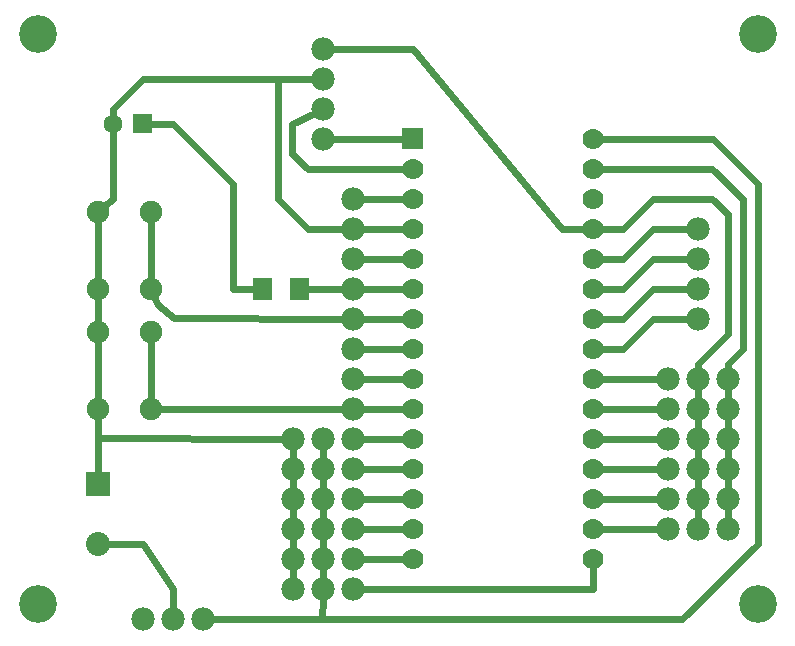
<source format=gbr>
%TF.GenerationSoftware,Novarm,DipTrace,3.2.0.0*%
%TF.CreationDate,2018-04-07T22:01:08+05:00*%
%FSLAX35Y35*%
%MOMM*%
%TF.FileFunction,Copper,L2,Bot*%
%TF.Part,Single*%
%TA.AperFunction,Nonconductor*%
%ADD13C,1.6*%
%ADD14C,1.9812*%
%ADD15C,1.778*%
%ADD16C,2.032*%
%ADD17C,1.905*%
%ADD18C,0.6096*%
%TA.AperFunction,ComponentPad*%
%ADD19C,3.19999*%
%ADD20C,0.80002*%
%ADD21C,0.9652*%
%ADD22C,0.889*%
%ADD23C,1.016*%
%ADD24C,0.9144*%
G75*
G01*
%LPD*%
D19*
X6625336Y757428D3*
X529336Y5583428D3*
X6625336D3*
X529336Y757428D3*
D20*
X1168400Y4821428D3*
X1418336D3*
D21*
X6371336Y2408428D3*
X2942336Y5456428D3*
X5863336Y2154428D3*
X3196336Y3678428D3*
X5863336Y1392428D3*
X3196336Y884428D3*
X6117336Y2408428D3*
X2942336Y1646428D3*
X2688336Y2154428D3*
X2942336Y4948428D3*
X3196336Y1392428D3*
X2942336Y1900428D3*
X6117336Y3424428D3*
X5863336Y2408428D3*
X3196336D3*
X2942336Y5202428D3*
X1926336Y630428D3*
X3196336Y2916428D3*
Y3424428D3*
Y1646428D3*
X2942336Y2154428D3*
X6371336D3*
X3196336Y1138428D3*
X1418336Y630428D3*
X6117336Y2662428D3*
X2688336Y1138428D3*
X6371336Y2662428D3*
X6117336Y1900428D3*
X6371336Y1392428D3*
X3196336Y3932428D3*
X5863336Y1900428D3*
X2942336Y884428D3*
X5863336Y2662428D3*
X3196336D3*
X6117336Y3932428D3*
X6371336Y1900428D3*
X1672336Y630428D3*
X2942336Y4694428D3*
X6117336Y1392428D3*
X3196336Y2154428D3*
Y3170428D3*
Y4186428D3*
X2942336Y1138428D3*
Y1392428D3*
X2688336Y884428D3*
X6117336Y1646428D3*
X2688336D3*
Y1900428D3*
X3196336D3*
X6117336Y3678428D3*
X2688336Y1392428D3*
X5863336Y1646428D3*
X6117336Y2154428D3*
Y3170428D3*
X6371336Y1646428D3*
D22*
X1037336Y4074414D3*
X1487424Y3424428D3*
Y4074414D3*
X1037336Y2408428D3*
Y3058414D3*
Y3424428D3*
X1487424Y2408428D3*
Y3058414D3*
D23*
X1037336Y1773428D3*
Y1265428D3*
D24*
X3704336Y1646428D3*
Y2408428D3*
Y3932428D3*
Y4186428D3*
X5228336Y2916428D3*
Y4186428D3*
Y1646428D3*
X3704336Y3170428D3*
Y3424428D3*
X5228336Y3170428D3*
X3704336Y3678428D3*
X5228336Y2154428D3*
Y1392428D3*
Y3678428D3*
X3704336Y4694428D3*
Y2916428D3*
Y2154428D3*
Y2662428D3*
X5228336Y1138428D3*
Y1900428D3*
Y2408428D3*
X3704336Y1392428D3*
X5228336Y4440428D3*
Y2662428D3*
X3704336Y4440428D3*
X5228336Y4694428D3*
Y3424428D3*
Y3932428D3*
X3704336Y1900428D3*
Y1138428D3*
D13*
X1417320Y4820920D3*
X1168400D3*
D14*
X6116320Y3931920D3*
Y3677920D3*
Y3423920D3*
Y3169920D3*
X5862320Y1645920D3*
Y1391920D3*
X3195320Y4185920D3*
X1417320Y629920D3*
X1671320D3*
X1925320D3*
D15*
X3703320Y4693920D3*
Y4439920D3*
Y4185920D3*
Y3931920D3*
Y3677920D3*
Y3423920D3*
Y3169920D3*
Y2915920D3*
Y2661920D3*
Y2407920D3*
Y2153920D3*
Y1899920D3*
Y1645920D3*
Y1391920D3*
Y1137920D3*
X5227320Y4693920D3*
Y4439920D3*
Y4185920D3*
Y3931920D3*
Y3677920D3*
Y3423920D3*
Y3169920D3*
Y2915920D3*
Y2661920D3*
Y2407920D3*
Y2153920D3*
Y1899920D3*
Y1645920D3*
Y1391920D3*
Y1137920D3*
D16*
X1036320Y1772920D3*
Y1264920D3*
D14*
X3195320Y3931920D3*
Y3677920D3*
Y3423920D3*
Y3169920D3*
Y2915920D3*
Y2661920D3*
Y2407920D3*
X6116320Y2661920D3*
Y2407920D3*
Y2153920D3*
Y1899920D3*
Y1645920D3*
Y1391920D3*
X5862320Y2661920D3*
Y2407920D3*
Y2153920D3*
Y1899920D3*
X6370320Y2661920D3*
Y2407920D3*
Y2153920D3*
Y1899920D3*
Y1645920D3*
Y1391920D3*
X2687320Y2153920D3*
Y1899920D3*
Y1645920D3*
Y1391920D3*
Y1137920D3*
Y883920D3*
X2941320Y2153920D3*
Y1899920D3*
Y1645920D3*
Y1391920D3*
Y1137920D3*
Y883920D3*
X3195320Y2153920D3*
Y1899920D3*
Y1645920D3*
Y1391920D3*
Y1137920D3*
Y883920D3*
D17*
X1488440Y3058160D3*
Y2407920D3*
X1036320Y3058160D3*
Y2407920D3*
X1488440Y4074160D3*
Y3423920D3*
X1036320Y4074160D3*
Y3423920D3*
D14*
X2941320Y4693920D3*
Y4947920D3*
Y5201920D3*
Y5455920D3*
G36*
X1497320Y4740920D2*
X1337320D1*
Y4900920D1*
X1497320D1*
Y4740920D1*
G37*
G36*
X2823200Y3328920D2*
X2663200D1*
Y3518920D1*
X2823200D1*
Y3328920D1*
G37*
G36*
X2513320D2*
X2353320D1*
Y3518920D1*
X2513320D1*
Y3328920D1*
G37*
G36*
X3792184Y4605020D2*
X3614456D1*
Y4782820D1*
X3792184D1*
Y4605020D1*
G37*
G36*
X1137902Y1671320D2*
X934738D1*
Y1874520D1*
X1137902D1*
Y1671320D1*
G37*
X1488440Y4003040D2*
D18*
Y3497580D1*
X1036320Y4003040D2*
Y3497580D1*
Y2481580D2*
Y2987040D1*
X1488440Y2481580D2*
Y2987040D1*
X1036320Y3352800D2*
Y3131820D1*
X1041400Y2159000D2*
X1038860Y2336800D1*
X2611120Y2153920D2*
X1041400Y2159000D1*
X1165860Y4188460D2*
X1092200Y4122420D1*
X1168400Y4752340D2*
X1165860Y4188460D1*
X2184400Y4312920D2*
Y3421380D1*
X1676400Y4820920D2*
X2184400Y4312920D1*
Y3421380D2*
X2369820Y3423920D1*
X1485900Y4820920D2*
X1676400D1*
X3119120Y3423920D2*
X2809240D1*
X1678940Y3175000D2*
X3119120Y3169920D1*
X1678940Y3175000D2*
X1546860Y3291840D1*
X1516380Y3357880D1*
X3119120Y2407920D2*
X1559560D1*
X3629660D2*
X3274060D1*
X3629660Y2661920D2*
X3274060D1*
Y2915920D2*
X3629660D1*
X3274060Y3169920D2*
X3629660D1*
Y3423920D2*
X3274060D1*
X3629660Y3677920D2*
X3274060D1*
X3629660Y3931920D2*
X3274060D1*
X3629660Y4693920D2*
X3020060D1*
X2819400Y4437380D2*
X3629660Y4439920D1*
X2684780Y4569460D2*
X2819400Y4437380D1*
X2684780Y4820920D2*
Y4569460D1*
X2872740Y4914900D2*
X2684780Y4820920D1*
X2562860Y5201920D2*
X2865120D1*
X2560320Y4185920D2*
X2562860Y5201920D1*
X2819400Y3934460D2*
X2560320Y4185920D1*
X3119120Y3931920D2*
X2819400Y3934460D1*
X2562860Y5201920D2*
X1422400D1*
X1165860Y4947920D2*
X1168400Y4889500D1*
X1422400Y5201920D2*
X1165860Y4947920D1*
X4970780Y3934460D2*
X3705860Y5458460D1*
X3020060Y5455920D1*
X5153660Y3931920D2*
X4970780Y3934460D1*
X5786120Y2661920D2*
X5303520D1*
X5786120Y2407920D2*
X5303520D1*
X5229860Y886460D2*
X3274060Y883920D1*
X5229860Y1064260D2*
Y886460D1*
X5786120Y2153920D2*
X5303520D1*
X5786120Y1899920D2*
X5303520D1*
X5735320Y3931920D2*
X5483860Y3680460D1*
X5303520Y3677920D1*
X6040120Y3931920D2*
X5735320D1*
Y3680460D2*
X5483860Y3426460D1*
X5303520D1*
X6040120Y3677920D2*
X5735320Y3680460D1*
Y3426460D2*
X5483860Y3169920D1*
X5303520D1*
X6040120Y3423920D2*
X5735320Y3426460D1*
Y3169920D2*
X5483860Y2915920D1*
X5303520D1*
X6040120Y3169920D2*
X5735320D1*
X6372860Y3042920D2*
Y4058920D1*
X6240780Y4185920D1*
X5483860Y3931920D2*
X5303520D1*
X5735320Y4185920D2*
X5483860Y3931920D1*
X6116320Y2788920D2*
X6372860Y3042920D1*
X6240780Y4185920D2*
X5735320D1*
X6116320Y2738120D2*
Y2788920D1*
X6499860Y2915920D2*
Y4185920D1*
X6372860Y2788920D2*
X6499860Y2915920D1*
Y4185920D2*
X6240780Y4437380D1*
X5303520Y4439920D1*
X6372860Y2738120D2*
Y2788920D1*
X5786120Y1391920D2*
X5303520D1*
X5786120Y1645920D2*
X5303520D1*
X3629660Y4185920D2*
X3274060D1*
X1041400Y2159000D2*
X1038860Y1851660D1*
X1422400Y1267460D2*
X1117600Y1264920D1*
X1676400Y881380D2*
X1422400Y1267460D1*
X1673860Y706120D2*
X1676400Y881380D1*
X2938780Y632460D2*
X2004060Y629920D1*
X2941320Y807720D2*
X2938780Y632460D1*
X5986780Y629920D2*
X6624320Y1267460D1*
X6626860Y4310380D2*
X6245860Y4691380D1*
X5303520Y4693920D1*
X6624320Y1267460D2*
X6626860Y4310380D1*
X2938780Y632460D2*
X5986780Y629920D1*
X2941320Y1976120D2*
Y2077720D1*
Y1823720D2*
Y1722120D1*
Y1569720D2*
Y1468120D1*
X2687320Y1315720D2*
Y1214120D1*
Y1468120D2*
Y1569720D1*
Y1722120D2*
Y1823720D1*
Y1976120D2*
Y2077720D1*
X3274060Y1137920D2*
X3629660D1*
Y1391920D2*
X3274060D1*
X3629660Y1645920D2*
X3274060D1*
X3629660Y1899920D2*
X3274060D1*
X3629660Y2153920D2*
X3274060D1*
X2941320Y1315720D2*
Y1214120D1*
X6116320Y1823720D2*
Y1722120D1*
Y1976120D2*
Y2077720D1*
Y2230120D2*
Y2331720D1*
Y2484120D2*
Y2585720D1*
X6370320Y2484120D2*
Y2585720D1*
Y2331720D2*
Y2230120D1*
Y2077720D2*
Y1976120D1*
Y1823720D2*
Y1722120D1*
X2941320Y1061720D2*
Y960120D1*
X2687320Y1061720D2*
Y960120D1*
X6116320Y1569720D2*
Y1468120D1*
X6370320Y1569720D2*
Y1468120D1*
M02*

</source>
